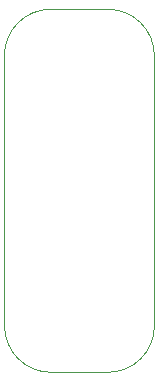
<source format=gbr>
%TF.GenerationSoftware,KiCad,Pcbnew,6.0.7-f9a2dced07~116~ubuntu22.04.1*%
%TF.CreationDate,2022-09-09T11:23:20-04:00*%
%TF.ProjectId,cti20-to-arm20-adapter,63746932-302d-4746-9f2d-61726d32302d,rev?*%
%TF.SameCoordinates,Original*%
%TF.FileFunction,Profile,NP*%
%FSLAX46Y46*%
G04 Gerber Fmt 4.6, Leading zero omitted, Abs format (unit mm)*
G04 Created by KiCad (PCBNEW 6.0.7-f9a2dced07~116~ubuntu22.04.1) date 2022-09-09 11:23:20*
%MOMM*%
%LPD*%
G01*
G04 APERTURE LIST*
%TA.AperFunction,Profile*%
%ADD10C,0.100000*%
%TD*%
G04 APERTURE END LIST*
D10*
X99827061Y-95250000D02*
X99816940Y-72379879D01*
X108585000Y-99187000D02*
G75*
G03*
X112522000Y-95250000I0J3937000D01*
G01*
X103753940Y-68442879D02*
X108585000Y-68453000D01*
X112522000Y-72390000D02*
G75*
G03*
X108585000Y-68453000I-3937000J0D01*
G01*
X99827100Y-95250000D02*
G75*
G03*
X103764061Y-99187000I3937000J0D01*
G01*
X103753940Y-68442840D02*
G75*
G03*
X99816940Y-72379879I60J-3937060D01*
G01*
X108585000Y-99187000D02*
X103764061Y-99187000D01*
X112522000Y-72390000D02*
X112522000Y-95250000D01*
M02*

</source>
